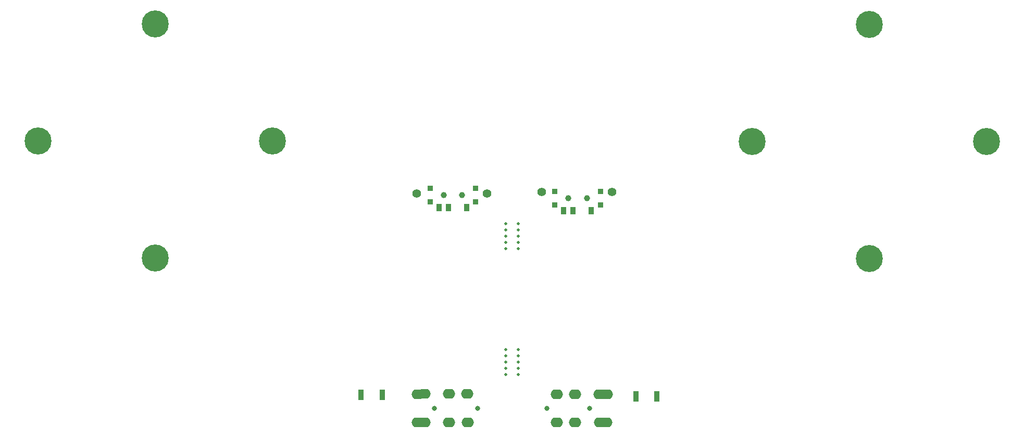
<source format=gts>
G04 #@! TF.GenerationSoftware,KiCad,Pcbnew,6.0.5*
G04 #@! TF.CreationDate,2022-08-03T13:04:35-04:00*
G04 #@! TF.ProjectId,sweep-high,73776565-702d-4686-9967-682e6b696361,rev?*
G04 #@! TF.SameCoordinates,Original*
G04 #@! TF.FileFunction,Soldermask,Top*
G04 #@! TF.FilePolarity,Negative*
%FSLAX46Y46*%
G04 Gerber Fmt 4.6, Leading zero omitted, Abs format (unit mm)*
G04 Created by KiCad (PCBNEW 6.0.5) date 2022-08-03 13:04:35*
%MOMM*%
%LPD*%
G01*
G04 APERTURE LIST*
%ADD10C,1.397000*%
%ADD11C,4.400000*%
%ADD12R,0.900000X0.900000*%
%ADD13R,0.900000X1.250000*%
%ADD14R,0.900000X1.700000*%
%ADD15C,0.800000*%
%ADD16O,2.000000X1.600000*%
%ADD17C,0.500000*%
%ADD18C,1.000000*%
G04 APERTURE END LIST*
D10*
X146190005Y-83736002D03*
X134760005Y-83736002D03*
D11*
X92202000Y-94234000D03*
X92202000Y-56134000D03*
X111252000Y-75184000D03*
X73152000Y-75184000D03*
D12*
X136902000Y-82890000D03*
X136902000Y-85090000D03*
X144302000Y-85090000D03*
X144302000Y-82890000D03*
D13*
X142852000Y-86065000D03*
X139852000Y-86065000D03*
X138352000Y-86065000D03*
D14*
X125694000Y-116502000D03*
X129094000Y-116502000D03*
D10*
X166459840Y-83482002D03*
D14*
X170347840Y-116756000D03*
X173747840Y-116756000D03*
D10*
X155029840Y-83482002D03*
D11*
X208269840Y-56261000D03*
X189219840Y-75311000D03*
X208269840Y-94361000D03*
X227319840Y-75311000D03*
D12*
X164571840Y-85598000D03*
X164571840Y-83398000D03*
X157171840Y-83398000D03*
X157171840Y-85598000D03*
D13*
X163121840Y-86573000D03*
X160121840Y-86573000D03*
X158621840Y-86573000D03*
D15*
X155867840Y-118734000D03*
X162867840Y-118734000D03*
D16*
X160467840Y-116434000D03*
X160487840Y-121064000D03*
X157487840Y-121064000D03*
X157467840Y-116434000D03*
X165567840Y-121034000D03*
X165587840Y-116464000D03*
X164467840Y-116434000D03*
X164487840Y-121064000D03*
D17*
X151257000Y-92710000D03*
X149225000Y-88646000D03*
X149225000Y-91694000D03*
X149225000Y-90678000D03*
X151257000Y-91694000D03*
X151257000Y-90678000D03*
X151257000Y-89662000D03*
X149225000Y-92710000D03*
X151257000Y-88646000D03*
X149225000Y-89662000D03*
X149225000Y-109156500D03*
X151257000Y-112204500D03*
X151257000Y-110172500D03*
X151257000Y-109156500D03*
X149225000Y-110172500D03*
X151257000Y-111188500D03*
X149225000Y-113220500D03*
X151257000Y-113220500D03*
X149225000Y-111188500D03*
X149225000Y-112204500D03*
D15*
X137590000Y-118734000D03*
X144590000Y-118734000D03*
D16*
X139990000Y-121034000D03*
X139970000Y-116404000D03*
X142990000Y-121034000D03*
X142970000Y-116404000D03*
X134870000Y-121004000D03*
X134890000Y-116434000D03*
X135970000Y-116404000D03*
X135990000Y-121034000D03*
D18*
X142102000Y-83990000D03*
X139102000Y-83990000D03*
X159371840Y-84498000D03*
X162371840Y-84498000D03*
M02*

</source>
